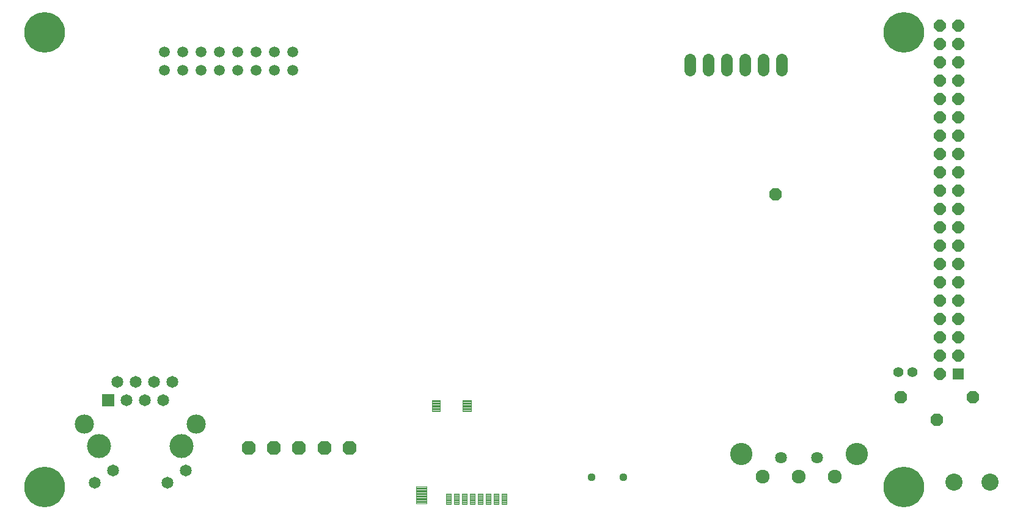
<source format=gbs>
G75*
%MOIN*%
%OFA0B0*%
%FSLAX25Y25*%
%IPPOS*%
%LPD*%
%AMOC8*
5,1,8,0,0,1.08239X$1,22.5*
%
%ADD10OC8,0.06996*%
%ADD11R,0.06406X0.06406*%
%ADD12OC8,0.06406*%
%ADD13C,0.05900*%
%ADD14OC8,0.07587*%
%ADD15C,0.07587*%
%ADD16C,0.06406*%
%ADD17C,0.12161*%
%ADD18C,0.00488*%
%ADD19C,0.00435*%
%ADD20C,0.00435*%
%ADD21C,0.06500*%
%ADD22R,0.06500X0.06500*%
%ADD23C,0.13098*%
%ADD24C,0.10500*%
%ADD25C,0.04437*%
%ADD26C,0.09358*%
%ADD27C,0.06406*%
%ADD28C,0.05500*%
%ADD29C,0.22154*%
D10*
X0438669Y0328399D03*
X0507034Y0217849D03*
X0526719Y0205251D03*
X0546404Y0217849D03*
D11*
X0538353Y0230547D03*
D12*
X0528353Y0230547D03*
X0528353Y0240547D03*
X0538353Y0240547D03*
X0538353Y0250547D03*
X0528353Y0250547D03*
X0528353Y0260547D03*
X0538353Y0260547D03*
X0538353Y0270547D03*
X0528353Y0270547D03*
X0528353Y0280547D03*
X0538353Y0280547D03*
X0538353Y0290547D03*
X0528353Y0290547D03*
X0528353Y0300547D03*
X0538353Y0300547D03*
X0538353Y0310547D03*
X0528353Y0310547D03*
X0528353Y0320547D03*
X0538353Y0320547D03*
X0538353Y0330547D03*
X0528353Y0330547D03*
X0528353Y0340547D03*
X0538353Y0340547D03*
X0538353Y0350547D03*
X0528353Y0350547D03*
X0528353Y0360547D03*
X0538353Y0360547D03*
X0538353Y0370547D03*
X0528353Y0370547D03*
X0528353Y0380547D03*
X0538353Y0380547D03*
X0538353Y0390547D03*
X0528353Y0390547D03*
X0528353Y0400547D03*
X0538353Y0400547D03*
X0538353Y0410547D03*
X0528353Y0410547D03*
X0528353Y0420547D03*
X0538353Y0420547D03*
D13*
X0175494Y0406099D03*
X0165494Y0406099D03*
X0155494Y0406099D03*
X0145494Y0406099D03*
X0135494Y0406099D03*
X0125494Y0406099D03*
X0115494Y0406099D03*
X0105494Y0406099D03*
X0105494Y0396099D03*
X0115494Y0396099D03*
X0125494Y0396099D03*
X0135494Y0396099D03*
X0145494Y0396099D03*
X0155494Y0396099D03*
X0165494Y0396099D03*
X0175494Y0396099D03*
D14*
X0178943Y0190232D03*
X0165164Y0190232D03*
X0151384Y0190232D03*
X0192723Y0190232D03*
X0206502Y0190232D03*
D15*
X0431896Y0174484D03*
X0451581Y0174484D03*
X0471266Y0174484D03*
D16*
X0461424Y0184720D03*
X0441739Y0184720D03*
D17*
X0420085Y0186689D03*
X0483077Y0186689D03*
D18*
X0292138Y0165239D02*
X0289370Y0165239D01*
X0292138Y0165239D02*
X0292138Y0159321D01*
X0289370Y0159321D01*
X0289370Y0165239D01*
X0289370Y0159808D02*
X0292138Y0159808D01*
X0292138Y0160295D02*
X0289370Y0160295D01*
X0289370Y0160782D02*
X0292138Y0160782D01*
X0292138Y0161269D02*
X0289370Y0161269D01*
X0289370Y0161756D02*
X0292138Y0161756D01*
X0292138Y0162243D02*
X0289370Y0162243D01*
X0289370Y0162730D02*
X0292138Y0162730D01*
X0292138Y0163217D02*
X0289370Y0163217D01*
X0289370Y0163704D02*
X0292138Y0163704D01*
X0292138Y0164191D02*
X0289370Y0164191D01*
X0289370Y0164678D02*
X0292138Y0164678D01*
X0292138Y0165165D02*
X0289370Y0165165D01*
X0287808Y0165239D02*
X0285040Y0165239D01*
X0287808Y0165239D02*
X0287808Y0159321D01*
X0285040Y0159321D01*
X0285040Y0165239D01*
X0285040Y0159808D02*
X0287808Y0159808D01*
X0287808Y0160295D02*
X0285040Y0160295D01*
X0285040Y0160782D02*
X0287808Y0160782D01*
X0287808Y0161269D02*
X0285040Y0161269D01*
X0285040Y0161756D02*
X0287808Y0161756D01*
X0287808Y0162243D02*
X0285040Y0162243D01*
X0285040Y0162730D02*
X0287808Y0162730D01*
X0287808Y0163217D02*
X0285040Y0163217D01*
X0285040Y0163704D02*
X0287808Y0163704D01*
X0287808Y0164191D02*
X0285040Y0164191D01*
X0285040Y0164678D02*
X0287808Y0164678D01*
X0287808Y0165165D02*
X0285040Y0165165D01*
X0283477Y0165239D02*
X0280709Y0165239D01*
X0283477Y0165239D02*
X0283477Y0159321D01*
X0280709Y0159321D01*
X0280709Y0165239D01*
X0280709Y0159808D02*
X0283477Y0159808D01*
X0283477Y0160295D02*
X0280709Y0160295D01*
X0280709Y0160782D02*
X0283477Y0160782D01*
X0283477Y0161269D02*
X0280709Y0161269D01*
X0280709Y0161756D02*
X0283477Y0161756D01*
X0283477Y0162243D02*
X0280709Y0162243D01*
X0280709Y0162730D02*
X0283477Y0162730D01*
X0283477Y0163217D02*
X0280709Y0163217D01*
X0280709Y0163704D02*
X0283477Y0163704D01*
X0283477Y0164191D02*
X0280709Y0164191D01*
X0280709Y0164678D02*
X0283477Y0164678D01*
X0283477Y0165165D02*
X0280709Y0165165D01*
X0279146Y0165239D02*
X0276378Y0165239D01*
X0279146Y0165239D02*
X0279146Y0159321D01*
X0276378Y0159321D01*
X0276378Y0165239D01*
X0276378Y0159808D02*
X0279146Y0159808D01*
X0279146Y0160295D02*
X0276378Y0160295D01*
X0276378Y0160782D02*
X0279146Y0160782D01*
X0279146Y0161269D02*
X0276378Y0161269D01*
X0276378Y0161756D02*
X0279146Y0161756D01*
X0279146Y0162243D02*
X0276378Y0162243D01*
X0276378Y0162730D02*
X0279146Y0162730D01*
X0279146Y0163217D02*
X0276378Y0163217D01*
X0276378Y0163704D02*
X0279146Y0163704D01*
X0279146Y0164191D02*
X0276378Y0164191D01*
X0276378Y0164678D02*
X0279146Y0164678D01*
X0279146Y0165165D02*
X0276378Y0165165D01*
X0274816Y0165239D02*
X0272048Y0165239D01*
X0274816Y0165239D02*
X0274816Y0159321D01*
X0272048Y0159321D01*
X0272048Y0165239D01*
X0272048Y0159808D02*
X0274816Y0159808D01*
X0274816Y0160295D02*
X0272048Y0160295D01*
X0272048Y0160782D02*
X0274816Y0160782D01*
X0274816Y0161269D02*
X0272048Y0161269D01*
X0272048Y0161756D02*
X0274816Y0161756D01*
X0274816Y0162243D02*
X0272048Y0162243D01*
X0272048Y0162730D02*
X0274816Y0162730D01*
X0274816Y0163217D02*
X0272048Y0163217D01*
X0272048Y0163704D02*
X0274816Y0163704D01*
X0274816Y0164191D02*
X0272048Y0164191D01*
X0272048Y0164678D02*
X0274816Y0164678D01*
X0274816Y0165165D02*
X0272048Y0165165D01*
X0270485Y0165239D02*
X0267717Y0165239D01*
X0270485Y0165239D02*
X0270485Y0159321D01*
X0267717Y0159321D01*
X0267717Y0165239D01*
X0267717Y0159808D02*
X0270485Y0159808D01*
X0270485Y0160295D02*
X0267717Y0160295D01*
X0267717Y0160782D02*
X0270485Y0160782D01*
X0270485Y0161269D02*
X0267717Y0161269D01*
X0267717Y0161756D02*
X0270485Y0161756D01*
X0270485Y0162243D02*
X0267717Y0162243D01*
X0267717Y0162730D02*
X0270485Y0162730D01*
X0270485Y0163217D02*
X0267717Y0163217D01*
X0267717Y0163704D02*
X0270485Y0163704D01*
X0270485Y0164191D02*
X0267717Y0164191D01*
X0267717Y0164678D02*
X0270485Y0164678D01*
X0270485Y0165165D02*
X0267717Y0165165D01*
X0266154Y0165239D02*
X0263386Y0165239D01*
X0266154Y0165239D02*
X0266154Y0159321D01*
X0263386Y0159321D01*
X0263386Y0165239D01*
X0263386Y0159808D02*
X0266154Y0159808D01*
X0266154Y0160295D02*
X0263386Y0160295D01*
X0263386Y0160782D02*
X0266154Y0160782D01*
X0266154Y0161269D02*
X0263386Y0161269D01*
X0263386Y0161756D02*
X0266154Y0161756D01*
X0266154Y0162243D02*
X0263386Y0162243D01*
X0263386Y0162730D02*
X0266154Y0162730D01*
X0266154Y0163217D02*
X0263386Y0163217D01*
X0263386Y0163704D02*
X0266154Y0163704D01*
X0266154Y0164191D02*
X0263386Y0164191D01*
X0263386Y0164678D02*
X0266154Y0164678D01*
X0266154Y0165165D02*
X0263386Y0165165D01*
X0261823Y0165239D02*
X0259055Y0165239D01*
X0261823Y0165239D02*
X0261823Y0159321D01*
X0259055Y0159321D01*
X0259055Y0165239D01*
X0259055Y0159808D02*
X0261823Y0159808D01*
X0261823Y0160295D02*
X0259055Y0160295D01*
X0259055Y0160782D02*
X0261823Y0160782D01*
X0261823Y0161269D02*
X0259055Y0161269D01*
X0259055Y0161756D02*
X0261823Y0161756D01*
X0261823Y0162243D02*
X0259055Y0162243D01*
X0259055Y0162730D02*
X0261823Y0162730D01*
X0261823Y0163217D02*
X0259055Y0163217D01*
X0259055Y0163704D02*
X0261823Y0163704D01*
X0261823Y0164191D02*
X0259055Y0164191D01*
X0259055Y0164678D02*
X0261823Y0164678D01*
X0261823Y0165165D02*
X0259055Y0165165D01*
D19*
X0248563Y0169103D02*
X0242789Y0169103D01*
X0248563Y0169103D02*
X0248563Y0159865D01*
X0242789Y0159865D01*
X0242789Y0169103D01*
X0242789Y0160299D02*
X0248563Y0160299D01*
X0248563Y0160733D02*
X0242789Y0160733D01*
X0242789Y0161167D02*
X0248563Y0161167D01*
X0248563Y0161601D02*
X0242789Y0161601D01*
X0242789Y0162035D02*
X0248563Y0162035D01*
X0248563Y0162469D02*
X0242789Y0162469D01*
X0242789Y0162903D02*
X0248563Y0162903D01*
X0248563Y0163337D02*
X0242789Y0163337D01*
X0242789Y0163771D02*
X0248563Y0163771D01*
X0248563Y0164205D02*
X0242789Y0164205D01*
X0242789Y0164639D02*
X0248563Y0164639D01*
X0248563Y0165073D02*
X0242789Y0165073D01*
X0242789Y0165507D02*
X0248563Y0165507D01*
X0248563Y0165941D02*
X0242789Y0165941D01*
X0242789Y0166375D02*
X0248563Y0166375D01*
X0248563Y0166809D02*
X0242789Y0166809D01*
X0242789Y0167243D02*
X0248563Y0167243D01*
X0248563Y0167677D02*
X0242789Y0167677D01*
X0242789Y0168111D02*
X0248563Y0168111D01*
X0248563Y0168545D02*
X0242789Y0168545D01*
X0242789Y0168979D02*
X0248563Y0168979D01*
D20*
X0251352Y0216053D02*
X0255748Y0216053D01*
X0255748Y0210081D01*
X0251352Y0210081D01*
X0251352Y0216053D01*
X0251352Y0210515D02*
X0255748Y0210515D01*
X0255748Y0210949D02*
X0251352Y0210949D01*
X0251352Y0211383D02*
X0255748Y0211383D01*
X0255748Y0211817D02*
X0251352Y0211817D01*
X0251352Y0212251D02*
X0255748Y0212251D01*
X0255748Y0212685D02*
X0251352Y0212685D01*
X0251352Y0213119D02*
X0255748Y0213119D01*
X0255748Y0213553D02*
X0251352Y0213553D01*
X0251352Y0213987D02*
X0255748Y0213987D01*
X0255748Y0214421D02*
X0251352Y0214421D01*
X0251352Y0214855D02*
X0255748Y0214855D01*
X0255748Y0215289D02*
X0251352Y0215289D01*
X0251352Y0215723D02*
X0255748Y0215723D01*
X0268281Y0216053D02*
X0272677Y0216053D01*
X0272677Y0210081D01*
X0268281Y0210081D01*
X0268281Y0216053D01*
X0268281Y0210515D02*
X0272677Y0210515D01*
X0272677Y0210949D02*
X0268281Y0210949D01*
X0268281Y0211383D02*
X0272677Y0211383D01*
X0272677Y0211817D02*
X0268281Y0211817D01*
X0268281Y0212251D02*
X0272677Y0212251D01*
X0272677Y0212685D02*
X0268281Y0212685D01*
X0268281Y0213119D02*
X0272677Y0213119D01*
X0272677Y0213553D02*
X0268281Y0213553D01*
X0268281Y0213987D02*
X0272677Y0213987D01*
X0272677Y0214421D02*
X0268281Y0214421D01*
X0268281Y0214855D02*
X0272677Y0214855D01*
X0272677Y0215289D02*
X0268281Y0215289D01*
X0268281Y0215723D02*
X0272677Y0215723D01*
D21*
X0117231Y0177909D03*
X0107231Y0171217D03*
X0077428Y0177909D03*
X0067428Y0171217D03*
X0084829Y0216217D03*
X0094829Y0216217D03*
X0104829Y0216217D03*
X0099829Y0226217D03*
X0089829Y0226217D03*
X0079829Y0226217D03*
X0109829Y0226217D03*
D22*
X0074829Y0216217D03*
D23*
X0069829Y0191217D03*
X0114829Y0191217D03*
D24*
X0122841Y0203224D03*
X0061817Y0203224D03*
D25*
X0338589Y0174091D03*
X0355912Y0174091D03*
D26*
X0536227Y0171335D03*
X0555912Y0171335D03*
D27*
X0442119Y0396146D02*
X0442119Y0402052D01*
X0432119Y0402052D02*
X0432119Y0396146D01*
X0422119Y0396146D02*
X0422119Y0402052D01*
X0412119Y0402052D02*
X0412119Y0396146D01*
X0402119Y0396146D02*
X0402119Y0402052D01*
X0392119Y0402052D02*
X0392119Y0396146D01*
D28*
X0505732Y0231299D03*
X0513606Y0231299D03*
D29*
X0040164Y0168579D03*
X0040164Y0416610D03*
X0508668Y0416610D03*
X0508668Y0168579D03*
M02*

</source>
